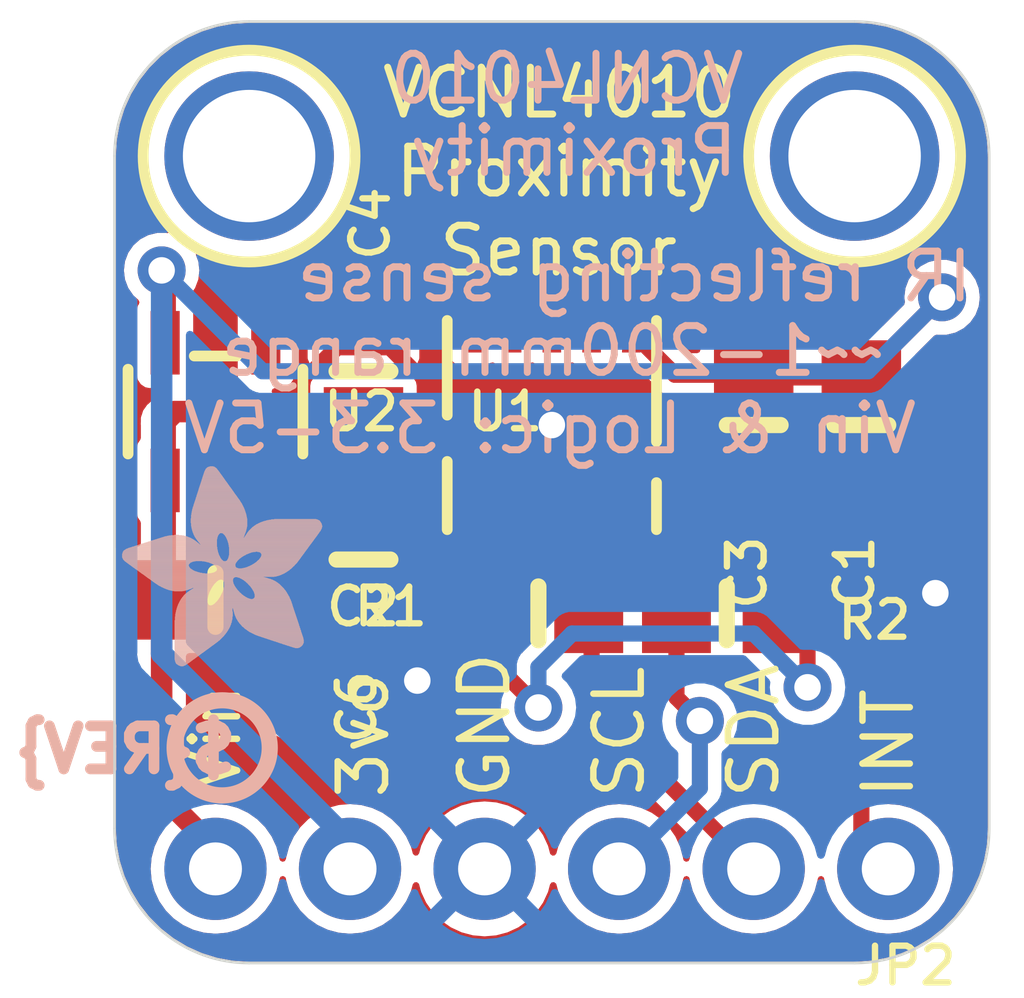
<source format=kicad_pcb>
(kicad_pcb (version 20221018) (generator pcbnew)
  (layers (0 "F.Cu" signal) (31 "B.Cu" signal) (34 "B.Paste" user) (35 "F.Paste" user) (36 "B.SilkS" user "B.Silkscreen") (37 "F.SilkS" user "F.Silkscreen") (38 "B.Mask" user) (39 "F.Mask" user) (44 "Edge.Cuts" user))
  (net 0 "")
  (net 1 "GND")
  (net 2 "3.3V")
  (net 3 "SDA")
  (net 4 "SCL")
  (net 5 "VIN")
  (net 6 "INT")
  (footprint "working:VCNL4010" (layer "F.Cu") (at 148.5011 103.7336)
    (fp_text reference "U1" (at -1.651 -0.254) (layer "F.SilkS") (effects (font (size 0.692831 0.692831) (thickness 0.119969)) (justify left)))
    (fp_text value "VCNL4010")
    (pad "1" smd rect (at -1.5 1.7725 90) (size 0.805 0.35) (layers "F.Cu" "F.Paste" "F.Mask") (net 5 "VIN"))
    (pad "2" smd rect (at -0.75 1.7725 90) (size 0.805 0.35) (layers "F.Cu" "F.Paste" "F.Mask"))
    (pad "3" smd rect (at 0 1.7725 90) (size 0.805 0.35) (layers "F.Cu" "F.Paste" "F.Mask"))
    (pad "4" smd rect (at 0.75 1.7725 90) (size 0.805 0.35) (layers "F.Cu" "F.Paste" "F.Mask") (net 3 "SDA"))
    (pad "5" smd rect (at 1.5 1.7725 90) (size 0.805 0.35) (layers "F.Cu" "F.Paste" "F.Mask") (net 4 "SCL"))
    (pad "6" smd rect (at 1.7725 0.8) (size 0.805 0.4) (layers "F.Cu" "F.Paste" "F.Mask") (net 6 "INT"))
    (pad "7" smd rect (at 1.5 -1.7725 270) (size 0.805 0.35) (layers "F.Cu" "F.Paste" "F.Mask") (net 2 "3.3V"))
    (pad "8" smd rect (at 0.75 -1.7725 270) (size 0.805 0.35) (layers "F.Cu" "F.Paste" "F.Mask"))
    (pad "9" smd rect (at 0 -1.7725 270) (size 0.805 0.35) (layers "F.Cu" "F.Paste" "F.Mask"))
    (pad "10" smd rect (at -0.75 -1.7725 270) (size 0.805 0.35) (layers "F.Cu" "F.Paste" "F.Mask"))
    (pad "11" smd rect (at -1.5 -1.7725 270) (size 0.805 0.35) (layers "F.Cu" "F.Paste" "F.Mask"))
    (pad "12" smd rect (at -1.7725 0.175) (size 0.805 0.4) (layers "F.Cu" "F.Paste" "F.Mask") (net 1 "GND"))
    (pad "13" smd rect (at 1.7725 0) (size 0.805 0.4) (layers "F.Cu" "F.Paste" "F.Mask") (net 1 "GND"))
  )
  (footprint "working:0805-NO" (layer "F.Cu") (at 144.9451 106.2736 -90)
    (fp_text reference "C6" (at 2.032 0.127 90) (layer "F.SilkS") (effects (font (size 0.692831 0.692831) (thickness 0.119969)) (justify right)))
    (fp_text value "0.1uF")
    (pad "1" smd rect (at -0.95 0 270) (size 1.3 1.5) (layers "F.Cu" "F.Paste" "F.Mask") (net 5 "VIN"))
    (pad "2" smd rect (at 0.95 0 270) (size 1.3 1.5) (layers "F.Cu" "F.Paste" "F.Mask") (net 1 "GND"))
  )
  (footprint "working:MOUNTINGHOLE_2.5_PLATED" (layer "F.Cu") (at 142.7861 98.6536)
    (fp_text reference "U$5" hide)
    (fp_text value "MOUNTINGHOLE2.5" hide)
    (pad "P$1" thru_hole circle (at 0 0) (size 3.2 3.2) (drill 2.5) (layers "*.Cu" "*.Mask"))
    (zone (net 0) (net_name "") (layer "F.Cu") (connect_pads (clearance 0)) (min_thickness 0.25)
      (keepout (tracks not_allowed) (vias not_allowed) (pads not_allowed) (copperpour not_allowed) (footprints allowed))
      (fill (thermal_gap 0.5) (thermal_bridge_width 0.5))
      (polygon (pts (xy 144.8021 98.6536) (xy 144.78248 98.373027) (xy 144.724004 98.097915) (xy 144.627808 97.833619) (xy 144.495765 97.585283) (xy 144.330446 97.35774) (xy 144.135067 97.15542) (xy 143.913433 96.98226) (xy 143.669856 96.841631) (xy 143.409078 96.73627) (xy 143.136175 96.668228) (xy 142.856457 96.638828) (xy 142.575371 96.648644) (xy 142.298385 96.697484) (xy 142.030893 96.784397) (xy 141.7781 96.907693) (xy 141.544926 97.06497) (xy 141.335911 97.253169) (xy 141.155122 97.468625) (xy 141.006078 97.707145) (xy 140.89168 97.964087) (xy 140.814154 98.23445) (xy 140.775011 98.512971) (xy 140.775011 98.794229) (xy 140.814154 99.07275) (xy 140.89168 99.343113) (xy 141.006078 99.600055) (xy 141.155122 99.838575) (xy 141.335911 100.054031) (xy 141.544926 100.24223) (xy 141.7781 100.399507) (xy 142.030893 100.522803) (xy 142.298385 100.609716) (xy 142.575371 100.658556) (xy 142.856457 100.668372) (xy 143.136175 100.638972) (xy 143.409078 100.57093) (xy 143.669856 100.465569) (xy 143.913433 100.32494) (xy 144.135067 100.15178) (xy 144.330446 99.94946) (xy 144.495765 99.721917) (xy 144.627808 99.473581) (xy 144.724004 99.209285) (xy 144.78248 98.934173)))
      (polygon (pts (xy 142.7701 98.6536) (xy 142.774786 98.664914) (xy 142.7861 98.6696) (xy 142.797414 98.664914) (xy 142.8021 98.6536) (xy 142.797414 98.642286) (xy 142.7861 98.6376) (xy 142.774786 98.642286)))
    )
    (zone (net 0) (net_name "") (layer "B.Cu") (connect_pads (clearance 0)) (min_thickness 0.25)
      (keepout (tracks not_allowed) (vias not_allowed) (pads not_allowed) (copperpour not_allowed) (footprints allowed))
      (fill (thermal_gap 0.5) (thermal_bridge_width 0.5))
      (polygon (pts (xy 144.8021 98.6536) (xy 144.78248 98.373027) (xy 144.724004 98.097915) (xy 144.627808 97.833619) (xy 144.495765 97.585283) (xy 144.330446 97.35774) (xy 144.135067 97.15542) (xy 143.913433 96.98226) (xy 143.669856 96.841631) (xy 143.409078 96.73627) (xy 143.136175 96.668228) (xy 142.856457 96.638828) (xy 142.575371 96.648644) (xy 142.298385 96.697484) (xy 142.030893 96.784397) (xy 141.7781 96.907693) (xy 141.544926 97.06497) (xy 141.335911 97.253169) (xy 141.155122 97.468625) (xy 141.006078 97.707145) (xy 140.89168 97.964087) (xy 140.814154 98.23445) (xy 140.775011 98.512971) (xy 140.775011 98.794229) (xy 140.814154 99.07275) (xy 140.89168 99.343113) (xy 141.006078 99.600055) (xy 141.155122 99.838575) (xy 141.335911 100.054031) (xy 141.544926 100.24223) (xy 141.7781 100.399507) (xy 142.030893 100.522803) (xy 142.298385 100.609716) (xy 142.575371 100.658556) (xy 142.856457 100.668372) (xy 143.136175 100.638972) (xy 143.409078 100.57093) (xy 143.669856 100.465569) (xy 143.913433 100.32494) (xy 144.135067 100.15178) (xy 144.330446 99.94946) (xy 144.495765 99.721917) (xy 144.627808 99.473581) (xy 144.724004 99.209285) (xy 144.78248 98.934173)))
      (polygon (pts (xy 142.7701 98.6536) (xy 142.774786 98.664914) (xy 142.7861 98.6696) (xy 142.797414 98.664914) (xy 142.8021 98.6536) (xy 142.797414 98.642286) (xy 142.7861 98.6376) (xy 142.774786 98.642286)))
    )
  )
  (footprint "working:1X06_ROUND_76" (layer "F.Cu") (at 148.5011 112.1156 180)
    (fp_text reference "JP2" (at -7.6962 -1.8288) (layer "F.SilkS") (effects (font (size 0.692831 0.692831) (thickness 0.119969)) (justify right)))
    (fp_text value "")
    (pad "1" thru_hole circle (at -6.35 0 270) (size 1.9304 1.9304) (drill 1) (layers "*.Cu" "*.Mask") (net 6 "INT"))
    (pad "2" thru_hole circle (at -3.81 0 270) (size 1.9304 1.9304) (drill 1) (layers "*.Cu" "*.Mask") (net 3 "SDA"))
    (pad "3" thru_hole circle (at -1.27 0 270) (size 1.9304 1.9304) (drill 1) (layers "*.Cu" "*.Mask") (net 4 "SCL"))
    (pad "4" thru_hole circle (at 1.27 0 270) (size 1.9304 1.9304) (drill 1) (layers "*.Cu" "*.Mask") (net 1 "GND"))
    (pad "5" thru_hole circle (at 3.81 0 270) (size 1.9304 1.9304) (drill 1) (layers "*.Cu" "*.Mask") (net 2 "3.3V"))
    (pad "6" thru_hole circle (at 6.35 0 270) (size 1.9304 1.9304) (drill 1) (layers "*.Cu" "*.Mask") (net 5 "VIN"))
  )
  (footprint "working:0805-NO" (layer "F.Cu") (at 142.1511 107.0356)
    (fp_text reference "C2" (at 2.032 0.127) (layer "F.SilkS") (effects (font (size 0.692831 0.692831) (thickness 0.119969)) (justify left)))
    (fp_text value "10uF")
    (pad "1" smd rect (at -0.95 0) (size 1.3 1.5) (layers "F.Cu" "F.Paste" "F.Mask") (net 5 "VIN"))
    (pad "2" smd rect (at 0.95 0) (size 1.3 1.5) (layers "F.Cu" "F.Paste" "F.Mask") (net 1 "GND"))
  )
  (footprint "working:MOUNTINGHOLE_2.5_PLATED" (layer "F.Cu") (at 154.2161 98.6536)
    (fp_text reference "U$6" hide)
    (fp_text value "MOUNTINGHOLE2.5" hide)
    (pad "P$1" thru_hole circle (at 0 0) (size 3.2 3.2) (drill 2.5) (layers "*.Cu" "*.Mask"))
    (zone (net 0) (net_name "") (layer "F.Cu") (connect_pads (clearance 0)) (min_thickness 0.25)
      (keepout (tracks not_allowed) (vias not_allowed) (pads not_allowed) (copperpour not_allowed) (footprints allowed))
      (fill (thermal_gap 0.5) (thermal_bridge_width 0.5))
      (polygon (pts (xy 156.2321 98.6536) (xy 156.21248 98.373027) (xy 156.154004 98.097915) (xy 156.057808 97.833619) (xy 155.925765 97.585283) (xy 155.760446 97.35774) (xy 155.565067 97.15542) (xy 155.343433 96.98226) (xy 155.099856 96.841631) (xy 154.839078 96.73627) (xy 154.566175 96.668228) (xy 154.286457 96.638828) (xy 154.005371 96.648644) (xy 153.728385 96.697484) (xy 153.460893 96.784397) (xy 153.2081 96.907693) (xy 152.974926 97.06497) (xy 152.765911 97.253169) (xy 152.585122 97.468625) (xy 152.436078 97.707145) (xy 152.32168 97.964087) (xy 152.244154 98.23445) (xy 152.205011 98.512971) (xy 152.205011 98.794229) (xy 152.244154 99.07275) (xy 152.32168 99.343113) (xy 152.436078 99.600055) (xy 152.585122 99.838575) (xy 152.765911 100.054031) (xy 152.974926 100.24223) (xy 153.2081 100.399507) (xy 153.460893 100.522803) (xy 153.728385 100.609716) (xy 154.005371 100.658556) (xy 154.286457 100.668372) (xy 154.566175 100.638972) (xy 154.839078 100.57093) (xy 155.099856 100.465569) (xy 155.343433 100.32494) (xy 155.565067 100.15178) (xy 155.760446 99.94946) (xy 155.925765 99.721917) (xy 156.057808 99.473581) (xy 156.154004 99.209285) (xy 156.21248 98.934173)))
      (polygon (pts (xy 154.2001 98.6536) (xy 154.204786 98.664914) (xy 154.2161 98.6696) (xy 154.227414 98.664914) (xy 154.2321 98.6536) (xy 154.227414 98.642286) (xy 154.2161 98.6376) (xy 154.204786 98.642286)))
    )
    (zone (net 0) (net_name "") (layer "B.Cu") (connect_pads (clearance 0)) (min_thickness 0.25)
      (keepout (tracks not_allowed) (vias not_allowed) (pads not_allowed) (copperpour not_allowed) (footprints allowed))
      (fill (thermal_gap 0.5) (thermal_bridge_width 0.5))
      (polygon (pts (xy 156.2321 98.6536) (xy 156.21248 98.373027) (xy 156.154004 98.097915) (xy 156.057808 97.833619) (xy 155.925765 97.585283) (xy 155.760446 97.35774) (xy 155.565067 97.15542) (xy 155.343433 96.98226) (xy 155.099856 96.841631) (xy 154.839078 96.73627) (xy 154.566175 96.668228) (xy 154.286457 96.638828) (xy 154.005371 96.648644) (xy 153.728385 96.697484) (xy 153.460893 96.784397) (xy 153.2081 96.907693) (xy 152.974926 97.06497) (xy 152.765911 97.253169) (xy 152.585122 97.468625) (xy 152.436078 97.707145) (xy 152.32168 97.964087) (xy 152.244154 98.23445) (xy 152.205011 98.512971) (xy 152.205011 98.794229) (xy 152.244154 99.07275) (xy 152.32168 99.343113) (xy 152.436078 99.600055) (xy 152.585122 99.838575) (xy 152.765911 100.054031) (xy 152.974926 100.24223) (xy 153.2081 100.399507) (xy 153.460893 100.522803) (xy 153.728385 100.609716) (xy 154.005371 100.658556) (xy 154.286457 100.668372) (xy 154.566175 100.638972) (xy 154.839078 100.57093) (xy 155.099856 100.465569) (xy 155.343433 100.32494) (xy 155.565067 100.15178) (xy 155.760446 99.94946) (xy 155.925765 99.721917) (xy 156.057808 99.473581) (xy 156.154004 99.209285) (xy 156.21248 98.934173)))
      (polygon (pts (xy 154.2001 98.6536) (xy 154.204786 98.664914) (xy 154.2161 98.6696) (xy 154.227414 98.664914) (xy 154.2321 98.6536) (xy 154.227414 98.642286) (xy 154.2161 98.6376) (xy 154.204786 98.642286)))
    )
  )
  (footprint "working:0805-NO" (layer "F.Cu") (at 151.8031 107.2896)
    (fp_text reference "R2" (at 2.032 0.127) (layer "F.SilkS") (effects (font (size 0.692831 0.692831) (thickness 0.119969)) (justify left)))
    (fp_text value "10K")
    (pad "1" smd rect (at -0.95 0) (size 1.3 1.5) (layers "F.Cu" "F.Paste" "F.Mask") (net 4 "SCL"))
    (pad "2" smd rect (at 0.95 0) (size 1.3 1.5) (layers "F.Cu" "F.Paste" "F.Mask") (net 5 "VIN"))
  )
  (footprint "working:0805-NO" (layer "F.Cu") (at 152.3111 103.7336 -90)
    (fp_text reference "C3" (at 2.032 0.127 90) (layer "F.SilkS") (effects (font (size 0.692831 0.692831) (thickness 0.119969)) (justify right)))
    (fp_text value "0.1uF")
    (pad "1" smd rect (at -0.95 0 270) (size 1.3 1.5) (layers "F.Cu" "F.Paste" "F.Mask") (net 2 "3.3V"))
    (pad "2" smd rect (at 0.95 0 270) (size 1.3 1.5) (layers "F.Cu" "F.Paste" "F.Mask") (net 1 "GND"))
  )
  (footprint "working:FIDUCIAL_1MM" (layer "F.Cu") (at 152.0571 100.9396)
    (fp_text reference "U$8" hide)
    (fp_text value "FIDUCIAL\"\"" hide)
    (pad "1" smd roundrect (at 0 0) (size 1 1) (layers "F.Cu" "F.Mask") (roundrect_rratio 0.5))
  )
  (footprint "working:0805-NO" (layer "F.Cu") (at 148.2471 107.2896 180)
    (fp_text reference "R1" (at 2.032 0.127) (layer "F.SilkS") (effects (font (size 0.692831 0.692831) (thickness 0.119969)) (justify right)))
    (fp_text value "10K")
    (pad "1" smd rect (at -0.95 0 180) (size 1.3 1.5) (layers "F.Cu" "F.Paste" "F.Mask") (net 3 "SDA"))
    (pad "2" smd rect (at 0.95 0 180) (size 1.3 1.5) (layers "F.Cu" "F.Paste" "F.Mask") (net 5 "VIN"))
  )
  (footprint "working:FIDUCIAL_1MM" (layer "F.Cu") (at 143.6751 108.9406)
    (fp_text reference "U$7" hide)
    (fp_text value "FIDUCIAL\"\"" hide)
    (pad "1" smd roundrect (at 0 0) (size 1 1) (layers "F.Cu" "F.Mask") (roundrect_rratio 0.5))
  )
  (footprint "working:0805-NO" (layer "F.Cu") (at 154.3431 103.7336 -90)
    (fp_text reference "C1" (at 2.032 0.127 90) (layer "F.SilkS") (effects (font (size 0.692831 0.692831) (thickness 0.119969)) (justify right)))
    (fp_text value "10uF")
    (pad "1" smd rect (at -0.95 0 270) (size 1.3 1.5) (layers "F.Cu" "F.Paste" "F.Mask") (net 2 "3.3V"))
    (pad "2" smd rect (at 0.95 0 270) (size 1.3 1.5) (layers "F.Cu" "F.Paste" "F.Mask") (net 1 "GND"))
  )
  (footprint "working:0805-NO" (layer "F.Cu") (at 144.9451 102.7176 90)
    (fp_text reference "C4" (at 2.032 0.127 90) (layer "F.SilkS") (effects (font (size 0.692831 0.692831) (thickness 0.119969)) (justify left)))
    (fp_text value "10uF")
    (pad "1" smd rect (at -0.95 0 90) (size 1.3 1.5) (layers "F.Cu" "F.Paste" "F.Mask") (net 5 "VIN"))
    (pad "2" smd rect (at 0.95 0 90) (size 1.3 1.5) (layers "F.Cu" "F.Paste" "F.Mask") (net 1 "GND"))
  )
  (footprint "working:SOT23-5" (layer "F.Cu") (at 142.1511 103.4796)
    (fp_text reference "U2" (at 1.978 0) (layer "F.SilkS") (effects (font (size 0.692831 0.692831) (thickness 0.119969)) (justify left)))
    (fp_text value "MIC5225-3.3")
    (pad "1" smd rect (at -0.95 1.3001) (size 0.55 1.2) (layers "F.Cu" "F.Paste" "F.Mask") (net 5 "VIN"))
    (pad "2" smd rect (at 0 1.3001) (size 0.55 1.2) (layers "F.Cu" "F.Paste" "F.Mask") (net 1 "GND"))
    (pad "3" smd rect (at 0.95 1.3001) (size 0.55 1.2) (layers "F.Cu" "F.Paste" "F.Mask") (net 5 "VIN"))
    (pad "4" smd rect (at 0.95 -1.3001) (size 0.55 1.2) (layers "F.Cu" "F.Paste" "F.Mask"))
    (pad "5" smd rect (at -0.95 -1.3001) (size 0.55 1.2) (layers "F.Cu" "F.Paste" "F.Mask") (net 2 "3.3V"))
  )
  (footprint "working:PCBFEAT-REV-040" (layer "B.Cu") (at 142.2781 109.8296 180)
    (fp_text reference "U$13" hide)
    (fp_text value "" hide)
    (fp_text user "${REV}" (at -0.3556 -0.508) (layer "B.SilkS") (effects (font (size 0.8128 0.8128) (thickness 0.2032)) (justify left bottom mirror)))
  )
  (footprint "working:ADAFRUIT_3.5MM" (layer "B.Cu") (at 144.1831 108.3056 180)
    (fp_text reference "U$14" hide)
    (fp_text value "" hide)
  )
  (gr_arc (start 142.7861 113.8936) (mid 140.990049 113.149651) (end 140.2461 111.3536) (stroke (width 0.05)) (layer "Edge.Cuts"))
  (gr_arc (start 156.7561 111.3536) (mid 156.012151 113.149651) (end 154.2161 113.8936) (stroke (width 0.05)) (layer "Edge.Cuts"))
  (gr_arc (start 140.2461 98.6536) (mid 140.990049 96.857549) (end 142.7861 96.1136) (stroke (width 0.05)) (layer "Edge.Cuts"))
  (gr_line (start 142.7861 96.1136) (end 154.2161 96.1136) (stroke (width 0.05)) (layer "Edge.Cuts"))
  (gr_line (start 156.7561 98.6536) (end 156.7561 111.3536) (stroke (width 0.05)) (layer "Edge.Cuts"))
  (gr_arc (start 154.2161 96.1136) (mid 156.012151 96.857549) (end 156.7561 98.6536) (stroke (width 0.05)) (layer "Edge.Cuts"))
  (gr_line (start 140.2461 111.3536) (end 140.2461 98.6536) (stroke (width 0.05)) (layer "Edge.Cuts"))
  (gr_line (start 154.2161 113.8936) (end 142.7861 113.8936) (stroke (width 0.05)) (layer "Edge.Cuts"))
  (gr_text "Vin & Logic: 3.3-5V" (at 148.4671 103.7986) (layer "B.SilkS") (effects (font (size 0.88392 0.88392) (thickness 0.13208)) (justify mirror)))
  (gr_text "Proximity" (at 152.0721 99.0766) (layer "B.SilkS") (effects (font (size 0.88392 0.88392) (thickness 0.13208)) (justify left bottom mirror)))
  (gr_text "~~1-200mm range" (at 148.5011 102.3366) (layer "B.SilkS") (effects (font (size 0.88392 0.88392) (thickness 0.13208)) (justify mirror)))
  (gr_text "VCNL4010" (at 152.1991 97.7116) (layer "B.SilkS") (effects (font (size 0.88392 0.88392) (thickness 0.13208)) (justify left bottom mirror)))
  (gr_text "IR reflecting sense" (at 156.5021 101.4476) (layer "B.SilkS") (effects (font (size 0.88392 0.88392) (thickness 0.13208)) (justify left bottom mirror)))
  (gr_text "SDA" (at 152.3111 110.8456 90) (layer "F.SilkS") (effects (font (size 0.89408 0.89408) (thickness 0.12192)) (justify left)))
  (gr_text "INT" (at 154.8511 110.8456 90) (layer "F.SilkS") (effects (font (size 0.89408 0.89408) (thickness 0.12192)) (justify left)))
  (gr_text "VCNL4010" (at 148.6431 97.4576) (layer "F.SilkS") (effects (font (size 0.88392 0.88392) (thickness 0.13208))))
  (gr_text "Sensor" (at 148.6271 100.4416) (layer "F.SilkS") (effects (font (size 0.88392 0.88392) (thickness 0.13208))))
  (gr_text "Vin" (at 142.1511 110.7186 90) (layer "F.SilkS") (effects (font (size 0.89408 0.89408) (thickness 0.12192)) (justify left)))
  (gr_text "SCL" (at 149.7711 110.8456 90) (layer "F.SilkS") (effects (font (size 0.89408 0.89408) (thickness 0.12192)) (justify left)))
  (gr_text "GND" (at 147.2311 110.8456 90) (layer "F.SilkS") (effects (font (size 0.89408 0.89408) (thickness 0.12192)) (justify left)))
  (gr_text "3vo" (at 144.9451 110.8456 90) (layer "F.SilkS") (effects (font (size 0.89408 0.89408) (thickness 0.12192)) (justify left)))
  (gr_text "Proximity" (at 148.6431 98.9496) (layer "F.SilkS") (effects (font (size 0.88392 0.88392) (thickness 0.13208))))
  (via (at 155.7401 106.9086) (size 0.9064) (drill 0.5) (layers "F.Cu" "B.Cu") (net 1))
  (via (at 148.5011 103.7336) (size 0.9064) (drill 0.5) (layers "F.Cu" "B.Cu") (net 1))
  (via (at 145.9611 108.5596) (size 0.9064) (drill 0.5) (layers "F.Cu" "B.Cu") (net 1))
  (segment (start 154.4041 102.7836) (end 155.8671 101.3206) (width 0.3048) (layer "F.Cu") (net 2))
  (segment (start 152.3111 102.7836) (end 154.3431 102.7836) (width 0.4064) (layer "F.Cu") (net 2))
  (segment (start 141.2011 100.8786) (end 141.1351 100.8126) (width 0.4064) (layer "F.Cu") (net 2))
  (segment (start 150.0011 101.9611) (end 150.8236 102.7836) (width 0.3048) (layer "F.Cu") (net 2))
  (segment (start 141.2011 102.1795) (end 141.2011 100.8786) (width 0.4064) (layer "F.Cu") (net 2))
  (segment (start 150.8236 102.7836) (end 152.3111 102.7836) (width 0.3048) (layer "F.Cu") (net 2))
  (segment (start 154.3431 102.7836) (end 154.4041 102.7836) (width 0.3048) (layer "F.Cu") (net 2))
  (via (at 155.8671 101.3206) (size 0.9064) (drill 0.5) (layers "F.Cu" "B.Cu") (net 2))
  (via (at 141.1351 100.8126) (size 0.9064) (drill 0.5) (layers "F.Cu" "B.Cu") (net 2))
  (segment (start 144.6911 112.0546) (end 144.6911 112.1156) (width 0.3048) (layer "B.Cu") (net 2))
  (segment (start 155.8671 101.3206) (end 154.4701 102.7176) (width 0.3048) (layer "B.Cu") (net 2))
  (segment (start 154.4701 102.7176) (end 143.0401 102.7176) (width 0.3048) (layer "B.Cu") (net 2))
  (segment (start 141.1351 100.8126) (end 141.1351 108.0516) (width 0.4064) (layer "B.Cu") (net 2))
  (segment (start 143.0401 102.7176) (end 141.1351 100.8126) (width 0.3048) (layer "B.Cu") (net 2))
  (segment (start 141.1351 108.0516) (end 144.6911 111.6076) (width 0.4064) (layer "B.Cu") (net 2))
  (segment (start 144.6911 111.6076) (end 144.6911 112.1156) (width 0.4064) (layer "B.Cu") (net 2))
  (segment (start 149.2511 109.0556) (end 152.3111 112.1156) (width 0.3048) (layer "F.Cu") (net 3))
  (segment (start 149.2511 105.5061) (end 149.2511 107.2896) (width 0.3048) (layer "F.Cu") (net 3))
  (segment (start 149.2511 107.2896) (end 149.2511 109.0556) (width 0.3048) (layer "F.Cu") (net 3))
  (segment (start 149.2511 107.2896) (end 149.1971 107.2896) (width 0.3048) (layer "F.Cu") (net 3))
  (segment (start 150.8531 107.2896) (end 150.8531 108.8796) (width 0.3048) (layer "F.Cu") (net 4))
  (segment (start 150.0011 105.5061) (end 150.0196 105.5061) (width 0.3048) (layer "F.Cu") (net 4))
  (segment (start 150.8531 106.3396) (end 150.8531 107.2896) (width 0.3048) (layer "F.Cu") (net 4))
  (segment (start 150.8531 108.8796) (end 151.2951 109.3216) (width 0.3048) (layer "F.Cu") (net 4))
  (segment (start 150.0196 105.5061) (end 150.8531 106.3396) (width 0.3048) (layer "F.Cu") (net 4))
  (via (at 151.2951 109.3216) (size 0.9064) (drill 0.5) (layers "F.Cu" "B.Cu") (net 4))
  (segment (start 151.2951 110.5916) (end 149.7711 112.1156) (width 0.3048) (layer "B.Cu") (net 4))
  (segment (start 151.2951 109.3216) (end 151.2951 110.5916) (width 0.3048) (layer "B.Cu") (net 4))
  (segment (start 142.9131 103.4796) (end 141.3891 103.4796) (width 0.4064) (layer "F.Cu") (net 5))
  (segment (start 147.0011 105.5061) (end 147.0011 106.9936) (width 0.3048) (layer "F.Cu") (net 5))
  (segment (start 152.7531 107.2896) (end 153.3271 107.8636) (width 0.3048) (layer "F.Cu") (net 5))
  (segment (start 141.2011 103.6676) (end 141.2011 104.7797) (width 0.4064) (layer "F.Cu") (net 5))
  (segment (start 141.1351 110.7186) (end 141.1351 107.1016) (width 0.4064) (layer "F.Cu") (net 5))
  (segment (start 146.8186 105.3236) (end 144.9451 105.3236) (width 0.3048) (layer "F.Cu") (net 5))
  (segment (start 144.9451 103.6676) (end 143.1011 103.6676) (width 0.4064) (layer "F.Cu") (net 5))
  (segment (start 142.1511 112.1156) (end 142.1511 111.7346) (width 0.4064) (layer "F.Cu") (net 5))
  (segment (start 141.2011 107.0356) (end 141.2011 104.7797) (width 0.4064) (layer "F.Cu") (net 5))
  (segment (start 147.0011 106.9936) (end 147.2971 107.2896) (width 0.3048) (layer "F.Cu") (net 5))
  (segment (start 147.0011 105.5061) (end 146.8186 105.3236) (width 0.3048) (layer "F.Cu") (net 5))
  (segment (start 143.1011 103.6676) (end 142.9131 103.4796) (width 0.4064) (layer "F.Cu") (net 5))
  (segment (start 141.3891 103.4796) (end 141.2011 103.6676) (width 0.4064) (layer "F.Cu") (net 5))
  (segment (start 142.1511 111.7346) (end 141.1351 110.7186) (width 0.4064) (layer "F.Cu") (net 5))
  (segment (start 153.3271 107.8636) (end 153.3271 108.6866) (width 0.3048) (layer "F.Cu") (net 5))
  (segment (start 148.2471 109.0676) (end 147.2971 108.1176) (width 0.3048) (layer "F.Cu") (net 5))
  (segment (start 141.1351 107.1016) (end 141.2011 107.0356) (width 0.4064) (layer "F.Cu") (net 5))
  (segment (start 144.9451 103.6676) (end 144.9451 105.3236) (width 0.4064) (layer "F.Cu") (net 5))
  (segment (start 147.2971 108.1176) (end 147.2971 107.2896) (width 0.3048) (layer "F.Cu") (net 5))
  (segment (start 143.1011 104.7797) (end 143.1011 103.6676) (width 0.4064) (layer "F.Cu") (net 5))
  (via (at 153.3271 108.6866) (size 0.9064) (drill 0.5) (layers "F.Cu" "B.Cu") (net 5))
  (via (at 148.2471 109.0676) (size 0.9064) (drill 0.5) (layers "F.Cu" "B.Cu") (net 5))
  (segment (start 148.8821 107.6706) (end 148.2471 108.3056) (width 0.3048) (layer "B.Cu") (net 5))
  (segment (start 153.3271 108.6866) (end 152.3111 107.6706) (width 0.3048) (layer "B.Cu") (net 5))
  (segment (start 152.3111 107.6706) (end 148.8821 107.6706) (width 0.3048) (layer "B.Cu") (net 5))
  (segment (start 148.2471 108.3056) (end 148.2471 109.0676) (width 0.3048) (layer "B.Cu") (net 5))
  (segment (start 154.3431 111.6076) (end 154.8511 112.1156) (width 0.3048) (layer "F.Cu") (net 6))
  (segment (start 154.3431 106.7816) (end 154.3431 111.6076) (width 0.3048) (layer "F.Cu") (net 6))
  (segment (start 150.2736 104.5336) (end 150.2736 104.6171) (width 0.3048) (layer "F.Cu") (net 6))
  (segment (start 150.2736 104.6171) (end 151.6761 106.0196) (width 0.3048) (layer "F.Cu") (net 6))
  (segment (start 153.5811 106.0196) (end 154.3431 106.7816) (width 0.3048) (layer "F.Cu") (net 6))
  (segment (start 151.6761 106.0196) (end 153.5811 106.0196) (width 0.3048) (layer "F.Cu") (net 6))
  (zone (net 1) (net_name "GND") (layer "F.Cu") (priority 6) (connect_pads (clearance 0.254)) (min_thickness 0.127) (fill yes (thermal_gap 0.304) (thermal_bridge_width 0.304))
    (polygon (pts (xy 157.149203 114.0206) (xy 139.9921 114.0206) (xy 139.9921 95.974544) (xy 157.27801 95.845643)))
  )
  (zone (net 1) (net_name "GND") (layer "B.Cu") (priority 6) (connect_pads (clearance 0.254)) (min_thickness 0.1524) (fill yes (thermal_gap 0.3548) (thermal_bridge_width 0.3548))
    (polygon (pts (xy 157.288431 113.917875) (xy 139.9667 114.047142) (xy 139.9667 95.835325) (xy 157.417593 95.706059)))
  )
)
</source>
